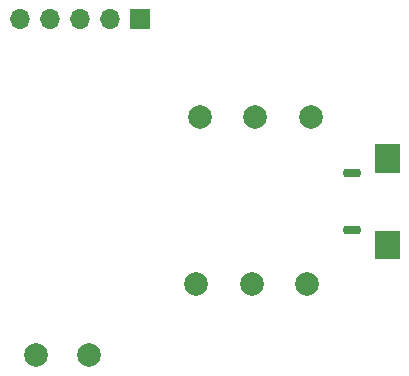
<source format=gbr>
%TF.GenerationSoftware,KiCad,Pcbnew,(6.0.7)*%
%TF.CreationDate,2024-04-28T10:14:19+07:00*%
%TF.ProjectId,ble_gateway,626c655f-6761-4746-9577-61792e6b6963,rev?*%
%TF.SameCoordinates,Original*%
%TF.FileFunction,Soldermask,Bot*%
%TF.FilePolarity,Negative*%
%FSLAX46Y46*%
G04 Gerber Fmt 4.6, Leading zero omitted, Abs format (unit mm)*
G04 Created by KiCad (PCBNEW (6.0.7)) date 2024-04-28 10:14:19*
%MOMM*%
%LPD*%
G01*
G04 APERTURE LIST*
G04 Aperture macros list*
%AMRoundRect*
0 Rectangle with rounded corners*
0 $1 Rounding radius*
0 $2 $3 $4 $5 $6 $7 $8 $9 X,Y pos of 4 corners*
0 Add a 4 corners polygon primitive as box body*
4,1,4,$2,$3,$4,$5,$6,$7,$8,$9,$2,$3,0*
0 Add four circle primitives for the rounded corners*
1,1,$1+$1,$2,$3*
1,1,$1+$1,$4,$5*
1,1,$1+$1,$6,$7*
1,1,$1+$1,$8,$9*
0 Add four rect primitives between the rounded corners*
20,1,$1+$1,$2,$3,$4,$5,0*
20,1,$1+$1,$4,$5,$6,$7,0*
20,1,$1+$1,$6,$7,$8,$9,0*
20,1,$1+$1,$8,$9,$2,$3,0*%
G04 Aperture macros list end*
%ADD10C,0.010000*%
%ADD11C,2.000000*%
%ADD12RoundRect,0.233250X0.493750X-0.131250X0.493750X0.131250X-0.493750X0.131250X-0.493750X-0.131250X0*%
%ADD13O,1.754800X1.284000*%
%ADD14O,1.804400X1.274000*%
%ADD15R,1.700000X1.700000*%
%ADD16O,1.700000X1.700000*%
G04 APERTURE END LIST*
%TO.C,J1*%
G36*
X146803220Y-102697840D02*
G01*
X144700000Y-102697840D01*
X144700000Y-100400000D01*
X146803220Y-100400000D01*
X146803220Y-102697840D01*
G37*
D10*
X146803220Y-102697840D02*
X144700000Y-102697840D01*
X144700000Y-100400000D01*
X146803220Y-100400000D01*
X146803220Y-102697840D01*
G36*
X146800630Y-110000810D02*
G01*
X144700000Y-110000810D01*
X144700000Y-107700000D01*
X146800630Y-107700000D01*
X146800630Y-110000810D01*
G37*
X146800630Y-110000810D02*
X144700000Y-110000810D01*
X144700000Y-107700000D01*
X146800630Y-107700000D01*
X146800630Y-110000810D01*
%TD*%
D11*
%TO.C,U6*%
X129600000Y-112245000D03*
X134300000Y-112245000D03*
X139000000Y-112245000D03*
%TD*%
D12*
%TO.C,J1*%
X142750000Y-107625000D03*
X142750000Y-102775000D03*
D13*
X145750000Y-108710000D03*
D14*
X145774800Y-101685000D03*
%TD*%
D11*
%TO.C,J2*%
X120520000Y-118245000D03*
X116020000Y-118245000D03*
%TD*%
%TO.C,U4*%
X139300000Y-98055000D03*
X134600000Y-98055000D03*
X129900000Y-98055000D03*
%TD*%
D15*
%TO.C,J3*%
X124825000Y-89750000D03*
D16*
X122285000Y-89750000D03*
X119745000Y-89750000D03*
X117205000Y-89750000D03*
X114665000Y-89750000D03*
%TD*%
M02*

</source>
